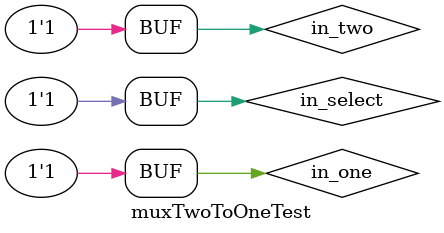
<source format=v>
`timescale 1ns / 1ps


module muxTwoToOneTest;

	// Inputs
	reg in_one;
	reg in_two;
	reg in_select;

	// Outputs
	wire ou_result;

	// Instantiate the Unit Under Test (UUT)
	muxTwoToOne uut (
		.in_one(in_one), 
		.in_two(in_two), 
		.in_select(in_select), 
		.ou_result(ou_result)
	);

	initial begin
		// Initialize Inputs
		in_one = 0;
		in_two = 0;
		in_select = 0;

		// Wait 100 ns for global reset to finish
		#100;
      in_one = 1;
		in_two = 0;
		in_select = 0;
		// Add stimulus here
		#100;
      in_one = 0;
		in_two = 1;
		in_select = 0;
		
		#100;
      in_one = 1;
		in_two = 0;
		in_select = 1;
		
		#100;
      in_one = 1;
		in_two = 1;
		in_select = 1;

	end
      
endmodule


</source>
